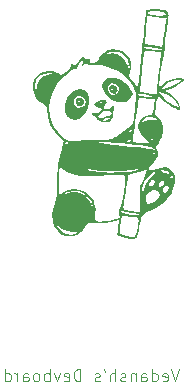
<source format=gbr>
%TF.GenerationSoftware,KiCad,Pcbnew,9.0.5*%
%TF.CreationDate,2025-11-27T10:56:10-06:00*%
%TF.ProjectId,devboard,64657662-6f61-4726-942e-6b696361645f,rev?*%
%TF.SameCoordinates,Original*%
%TF.FileFunction,Legend,Bot*%
%TF.FilePolarity,Positive*%
%FSLAX46Y46*%
G04 Gerber Fmt 4.6, Leading zero omitted, Abs format (unit mm)*
G04 Created by KiCad (PCBNEW 9.0.5) date 2025-11-27 10:56:10*
%MOMM*%
%LPD*%
G01*
G04 APERTURE LIST*
%ADD10C,0.100000*%
%ADD11C,0.000000*%
G04 APERTURE END LIST*
D10*
X129776192Y-118419482D02*
X129442859Y-119419482D01*
X129442859Y-119419482D02*
X129109526Y-118419482D01*
X128395240Y-119371863D02*
X128490478Y-119419482D01*
X128490478Y-119419482D02*
X128680954Y-119419482D01*
X128680954Y-119419482D02*
X128776192Y-119371863D01*
X128776192Y-119371863D02*
X128823811Y-119276624D01*
X128823811Y-119276624D02*
X128823811Y-118895672D01*
X128823811Y-118895672D02*
X128776192Y-118800434D01*
X128776192Y-118800434D02*
X128680954Y-118752815D01*
X128680954Y-118752815D02*
X128490478Y-118752815D01*
X128490478Y-118752815D02*
X128395240Y-118800434D01*
X128395240Y-118800434D02*
X128347621Y-118895672D01*
X128347621Y-118895672D02*
X128347621Y-118990910D01*
X128347621Y-118990910D02*
X128823811Y-119086148D01*
X127490478Y-119419482D02*
X127490478Y-118419482D01*
X127490478Y-119371863D02*
X127585716Y-119419482D01*
X127585716Y-119419482D02*
X127776192Y-119419482D01*
X127776192Y-119419482D02*
X127871430Y-119371863D01*
X127871430Y-119371863D02*
X127919049Y-119324243D01*
X127919049Y-119324243D02*
X127966668Y-119229005D01*
X127966668Y-119229005D02*
X127966668Y-118943291D01*
X127966668Y-118943291D02*
X127919049Y-118848053D01*
X127919049Y-118848053D02*
X127871430Y-118800434D01*
X127871430Y-118800434D02*
X127776192Y-118752815D01*
X127776192Y-118752815D02*
X127585716Y-118752815D01*
X127585716Y-118752815D02*
X127490478Y-118800434D01*
X126585716Y-119419482D02*
X126585716Y-118895672D01*
X126585716Y-118895672D02*
X126633335Y-118800434D01*
X126633335Y-118800434D02*
X126728573Y-118752815D01*
X126728573Y-118752815D02*
X126919049Y-118752815D01*
X126919049Y-118752815D02*
X127014287Y-118800434D01*
X126585716Y-119371863D02*
X126680954Y-119419482D01*
X126680954Y-119419482D02*
X126919049Y-119419482D01*
X126919049Y-119419482D02*
X127014287Y-119371863D01*
X127014287Y-119371863D02*
X127061906Y-119276624D01*
X127061906Y-119276624D02*
X127061906Y-119181386D01*
X127061906Y-119181386D02*
X127014287Y-119086148D01*
X127014287Y-119086148D02*
X126919049Y-119038529D01*
X126919049Y-119038529D02*
X126680954Y-119038529D01*
X126680954Y-119038529D02*
X126585716Y-118990910D01*
X126109525Y-118752815D02*
X126109525Y-119419482D01*
X126109525Y-118848053D02*
X126061906Y-118800434D01*
X126061906Y-118800434D02*
X125966668Y-118752815D01*
X125966668Y-118752815D02*
X125823811Y-118752815D01*
X125823811Y-118752815D02*
X125728573Y-118800434D01*
X125728573Y-118800434D02*
X125680954Y-118895672D01*
X125680954Y-118895672D02*
X125680954Y-119419482D01*
X125252382Y-119371863D02*
X125157144Y-119419482D01*
X125157144Y-119419482D02*
X124966668Y-119419482D01*
X124966668Y-119419482D02*
X124871430Y-119371863D01*
X124871430Y-119371863D02*
X124823811Y-119276624D01*
X124823811Y-119276624D02*
X124823811Y-119229005D01*
X124823811Y-119229005D02*
X124871430Y-119133767D01*
X124871430Y-119133767D02*
X124966668Y-119086148D01*
X124966668Y-119086148D02*
X125109525Y-119086148D01*
X125109525Y-119086148D02*
X125204763Y-119038529D01*
X125204763Y-119038529D02*
X125252382Y-118943291D01*
X125252382Y-118943291D02*
X125252382Y-118895672D01*
X125252382Y-118895672D02*
X125204763Y-118800434D01*
X125204763Y-118800434D02*
X125109525Y-118752815D01*
X125109525Y-118752815D02*
X124966668Y-118752815D01*
X124966668Y-118752815D02*
X124871430Y-118800434D01*
X124395239Y-119419482D02*
X124395239Y-118419482D01*
X123966668Y-119419482D02*
X123966668Y-118895672D01*
X123966668Y-118895672D02*
X124014287Y-118800434D01*
X124014287Y-118800434D02*
X124109525Y-118752815D01*
X124109525Y-118752815D02*
X124252382Y-118752815D01*
X124252382Y-118752815D02*
X124347620Y-118800434D01*
X124347620Y-118800434D02*
X124395239Y-118848053D01*
X123442858Y-118419482D02*
X123538096Y-118609958D01*
X123061906Y-119371863D02*
X122966668Y-119419482D01*
X122966668Y-119419482D02*
X122776192Y-119419482D01*
X122776192Y-119419482D02*
X122680954Y-119371863D01*
X122680954Y-119371863D02*
X122633335Y-119276624D01*
X122633335Y-119276624D02*
X122633335Y-119229005D01*
X122633335Y-119229005D02*
X122680954Y-119133767D01*
X122680954Y-119133767D02*
X122776192Y-119086148D01*
X122776192Y-119086148D02*
X122919049Y-119086148D01*
X122919049Y-119086148D02*
X123014287Y-119038529D01*
X123014287Y-119038529D02*
X123061906Y-118943291D01*
X123061906Y-118943291D02*
X123061906Y-118895672D01*
X123061906Y-118895672D02*
X123014287Y-118800434D01*
X123014287Y-118800434D02*
X122919049Y-118752815D01*
X122919049Y-118752815D02*
X122776192Y-118752815D01*
X122776192Y-118752815D02*
X122680954Y-118800434D01*
X121442858Y-119419482D02*
X121442858Y-118419482D01*
X121442858Y-118419482D02*
X121204763Y-118419482D01*
X121204763Y-118419482D02*
X121061906Y-118467101D01*
X121061906Y-118467101D02*
X120966668Y-118562339D01*
X120966668Y-118562339D02*
X120919049Y-118657577D01*
X120919049Y-118657577D02*
X120871430Y-118848053D01*
X120871430Y-118848053D02*
X120871430Y-118990910D01*
X120871430Y-118990910D02*
X120919049Y-119181386D01*
X120919049Y-119181386D02*
X120966668Y-119276624D01*
X120966668Y-119276624D02*
X121061906Y-119371863D01*
X121061906Y-119371863D02*
X121204763Y-119419482D01*
X121204763Y-119419482D02*
X121442858Y-119419482D01*
X120061906Y-119371863D02*
X120157144Y-119419482D01*
X120157144Y-119419482D02*
X120347620Y-119419482D01*
X120347620Y-119419482D02*
X120442858Y-119371863D01*
X120442858Y-119371863D02*
X120490477Y-119276624D01*
X120490477Y-119276624D02*
X120490477Y-118895672D01*
X120490477Y-118895672D02*
X120442858Y-118800434D01*
X120442858Y-118800434D02*
X120347620Y-118752815D01*
X120347620Y-118752815D02*
X120157144Y-118752815D01*
X120157144Y-118752815D02*
X120061906Y-118800434D01*
X120061906Y-118800434D02*
X120014287Y-118895672D01*
X120014287Y-118895672D02*
X120014287Y-118990910D01*
X120014287Y-118990910D02*
X120490477Y-119086148D01*
X119680953Y-118752815D02*
X119442858Y-119419482D01*
X119442858Y-119419482D02*
X119204763Y-118752815D01*
X118823810Y-119419482D02*
X118823810Y-118419482D01*
X118823810Y-118800434D02*
X118728572Y-118752815D01*
X118728572Y-118752815D02*
X118538096Y-118752815D01*
X118538096Y-118752815D02*
X118442858Y-118800434D01*
X118442858Y-118800434D02*
X118395239Y-118848053D01*
X118395239Y-118848053D02*
X118347620Y-118943291D01*
X118347620Y-118943291D02*
X118347620Y-119229005D01*
X118347620Y-119229005D02*
X118395239Y-119324243D01*
X118395239Y-119324243D02*
X118442858Y-119371863D01*
X118442858Y-119371863D02*
X118538096Y-119419482D01*
X118538096Y-119419482D02*
X118728572Y-119419482D01*
X118728572Y-119419482D02*
X118823810Y-119371863D01*
X117776191Y-119419482D02*
X117871429Y-119371863D01*
X117871429Y-119371863D02*
X117919048Y-119324243D01*
X117919048Y-119324243D02*
X117966667Y-119229005D01*
X117966667Y-119229005D02*
X117966667Y-118943291D01*
X117966667Y-118943291D02*
X117919048Y-118848053D01*
X117919048Y-118848053D02*
X117871429Y-118800434D01*
X117871429Y-118800434D02*
X117776191Y-118752815D01*
X117776191Y-118752815D02*
X117633334Y-118752815D01*
X117633334Y-118752815D02*
X117538096Y-118800434D01*
X117538096Y-118800434D02*
X117490477Y-118848053D01*
X117490477Y-118848053D02*
X117442858Y-118943291D01*
X117442858Y-118943291D02*
X117442858Y-119229005D01*
X117442858Y-119229005D02*
X117490477Y-119324243D01*
X117490477Y-119324243D02*
X117538096Y-119371863D01*
X117538096Y-119371863D02*
X117633334Y-119419482D01*
X117633334Y-119419482D02*
X117776191Y-119419482D01*
X116585715Y-119419482D02*
X116585715Y-118895672D01*
X116585715Y-118895672D02*
X116633334Y-118800434D01*
X116633334Y-118800434D02*
X116728572Y-118752815D01*
X116728572Y-118752815D02*
X116919048Y-118752815D01*
X116919048Y-118752815D02*
X117014286Y-118800434D01*
X116585715Y-119371863D02*
X116680953Y-119419482D01*
X116680953Y-119419482D02*
X116919048Y-119419482D01*
X116919048Y-119419482D02*
X117014286Y-119371863D01*
X117014286Y-119371863D02*
X117061905Y-119276624D01*
X117061905Y-119276624D02*
X117061905Y-119181386D01*
X117061905Y-119181386D02*
X117014286Y-119086148D01*
X117014286Y-119086148D02*
X116919048Y-119038529D01*
X116919048Y-119038529D02*
X116680953Y-119038529D01*
X116680953Y-119038529D02*
X116585715Y-118990910D01*
X116109524Y-119419482D02*
X116109524Y-118752815D01*
X116109524Y-118943291D02*
X116061905Y-118848053D01*
X116061905Y-118848053D02*
X116014286Y-118800434D01*
X116014286Y-118800434D02*
X115919048Y-118752815D01*
X115919048Y-118752815D02*
X115823810Y-118752815D01*
X115061905Y-119419482D02*
X115061905Y-118419482D01*
X115061905Y-119371863D02*
X115157143Y-119419482D01*
X115157143Y-119419482D02*
X115347619Y-119419482D01*
X115347619Y-119419482D02*
X115442857Y-119371863D01*
X115442857Y-119371863D02*
X115490476Y-119324243D01*
X115490476Y-119324243D02*
X115538095Y-119229005D01*
X115538095Y-119229005D02*
X115538095Y-118943291D01*
X115538095Y-118943291D02*
X115490476Y-118848053D01*
X115490476Y-118848053D02*
X115442857Y-118800434D01*
X115442857Y-118800434D02*
X115347619Y-118752815D01*
X115347619Y-118752815D02*
X115157143Y-118752815D01*
X115157143Y-118752815D02*
X115061905Y-118800434D01*
D11*
%TO.C,G\u002A\u002A\u002A*%
G36*
X124591309Y-94789024D02*
G01*
X124485400Y-94989650D01*
X124340019Y-95077022D01*
X124133767Y-95057179D01*
X123952032Y-94891513D01*
X123867878Y-94667916D01*
X123994334Y-94667916D01*
X123996794Y-94688154D01*
X124079000Y-94752583D01*
X124099238Y-94750123D01*
X124163667Y-94667916D01*
X124161207Y-94647679D01*
X124079000Y-94583250D01*
X124058763Y-94585710D01*
X123994334Y-94667916D01*
X123867878Y-94667916D01*
X123867461Y-94666809D01*
X123927539Y-94476602D01*
X124131772Y-94361398D01*
X124236597Y-94349401D01*
X124438707Y-94418798D01*
X124566345Y-94582040D01*
X124576702Y-94667916D01*
X124591309Y-94789024D01*
G37*
G36*
X121773780Y-95718751D02*
G01*
X121763420Y-95854667D01*
X121625659Y-96020591D01*
X121468997Y-96128078D01*
X121274696Y-96135537D01*
X121130052Y-96006428D01*
X121073334Y-95758884D01*
X121078069Y-95683916D01*
X121200334Y-95683916D01*
X121202794Y-95704154D01*
X121285000Y-95768583D01*
X121305238Y-95766123D01*
X121369667Y-95683916D01*
X121367207Y-95663679D01*
X121285000Y-95599250D01*
X121264763Y-95601710D01*
X121200334Y-95683916D01*
X121078069Y-95683916D01*
X121084023Y-95589663D01*
X121152036Y-95484266D01*
X121323159Y-95443819D01*
X121496552Y-95448905D01*
X121682992Y-95565835D01*
X121753098Y-95683916D01*
X121773780Y-95718751D01*
G37*
G36*
X122167433Y-95839494D02*
G01*
X122074917Y-96272855D01*
X121891785Y-96676258D01*
X121637609Y-97004254D01*
X121331963Y-97211395D01*
X121020595Y-97288841D01*
X120657023Y-97244195D01*
X120347154Y-97045096D01*
X120319040Y-97016535D01*
X120179493Y-96839235D01*
X120115205Y-96642518D01*
X120099667Y-96352160D01*
X120110320Y-96157664D01*
X120217801Y-95701476D01*
X120232412Y-95672403D01*
X120877706Y-95672403D01*
X120882404Y-95919006D01*
X121016501Y-96136461D01*
X121251627Y-96256857D01*
X121516618Y-96252877D01*
X121737545Y-96121749D01*
X121818583Y-96005287D01*
X121874057Y-95750451D01*
X121801264Y-95509845D01*
X121621223Y-95330784D01*
X121354956Y-95260583D01*
X121177577Y-95296012D01*
X120982674Y-95447717D01*
X120877706Y-95672403D01*
X120232412Y-95672403D01*
X120422404Y-95294362D01*
X120701132Y-94966367D01*
X121030983Y-94747536D01*
X121388958Y-94667916D01*
X121466536Y-94670722D01*
X121766292Y-94759086D01*
X121983633Y-94981351D01*
X122133205Y-95350960D01*
X122149760Y-95421623D01*
X122163667Y-95750451D01*
X122167433Y-95839494D01*
G37*
G36*
X125801183Y-94905674D02*
G01*
X125856567Y-95100998D01*
X125826124Y-95222833D01*
X125696168Y-95437165D01*
X125509495Y-95640299D01*
X125316140Y-95770270D01*
X125307128Y-95773843D01*
X124945357Y-95831151D01*
X124542912Y-95762325D01*
X124139252Y-95589209D01*
X123773837Y-95333653D01*
X123486123Y-95017502D01*
X123338141Y-94709572D01*
X123766582Y-94709572D01*
X123859952Y-94964866D01*
X123962331Y-95078823D01*
X124192948Y-95177748D01*
X124435786Y-95141024D01*
X124634403Y-94968395D01*
X124722134Y-94736447D01*
X124666328Y-94488176D01*
X124450111Y-94272651D01*
X124359574Y-94224536D01*
X124124906Y-94196698D01*
X123928334Y-94291150D01*
X123799134Y-94473554D01*
X123766582Y-94709572D01*
X123338141Y-94709572D01*
X123315570Y-94662604D01*
X123282999Y-94473104D01*
X123327351Y-94168133D01*
X123490494Y-93939786D01*
X123748430Y-93794254D01*
X124077159Y-93737728D01*
X124452682Y-93776398D01*
X124851001Y-93916455D01*
X125248116Y-94164090D01*
X125270126Y-94181879D01*
X125471195Y-94389498D01*
X125660470Y-94649635D01*
X125708180Y-94736447D01*
X125801183Y-94905674D01*
G37*
G36*
X123655667Y-95749744D02*
G01*
X123626096Y-95887583D01*
X123526693Y-96084375D01*
X123466298Y-96176864D01*
X123448759Y-96273757D01*
X123547859Y-96345773D01*
X123650036Y-96383917D01*
X123875332Y-96354812D01*
X124098285Y-96160553D01*
X124106827Y-96150043D01*
X124184987Y-96064855D01*
X124226273Y-96073143D01*
X124242742Y-96200192D01*
X124246451Y-96471287D01*
X124235149Y-96702573D01*
X124234614Y-96713525D01*
X124165063Y-97072611D01*
X124137616Y-97135156D01*
X124045554Y-97344941D01*
X123890282Y-97489916D01*
X123856418Y-97501726D01*
X123616165Y-97524205D01*
X123339990Y-97480115D01*
X123079200Y-97386881D01*
X122947674Y-97302209D01*
X123365283Y-97302209D01*
X123470203Y-97367994D01*
X123664177Y-97355936D01*
X123872318Y-97252942D01*
X123964193Y-97181102D01*
X123984891Y-97135156D01*
X123867334Y-97127098D01*
X123769256Y-97130260D01*
X123548825Y-97166673D01*
X123397495Y-97229805D01*
X123365283Y-97302209D01*
X122947674Y-97302209D01*
X122885102Y-97261927D01*
X122809000Y-97122679D01*
X122753064Y-97037933D01*
X122597334Y-96938511D01*
X122589364Y-96934479D01*
X122898707Y-96934479D01*
X122899544Y-96968025D01*
X122983374Y-97068006D01*
X123084414Y-97126148D01*
X123235566Y-97123482D01*
X123486334Y-97053365D01*
X123601854Y-97015886D01*
X123833135Y-96942898D01*
X123973167Y-96901615D01*
X124034025Y-96854568D01*
X124079000Y-96702573D01*
X124061074Y-96630587D01*
X123933374Y-96542504D01*
X123719531Y-96528786D01*
X123463126Y-96588521D01*
X123207739Y-96720797D01*
X123155779Y-96757121D01*
X122985856Y-96875163D01*
X122898707Y-96934479D01*
X122589364Y-96934479D01*
X122500155Y-96889349D01*
X122396853Y-96797354D01*
X122457108Y-96740056D01*
X122678082Y-96724965D01*
X122909427Y-96696286D01*
X123141752Y-96578270D01*
X123143060Y-96577083D01*
X123262376Y-96418301D01*
X123222759Y-96314053D01*
X123028793Y-96276583D01*
X122872702Y-96239234D01*
X122685932Y-96111594D01*
X122647973Y-96068767D01*
X122592030Y-95972256D01*
X122643096Y-95890290D01*
X122756425Y-95815719D01*
X123090189Y-95815719D01*
X123105334Y-95850657D01*
X123162652Y-95840227D01*
X123317000Y-95768583D01*
X123374479Y-95721447D01*
X123359334Y-95686509D01*
X123302016Y-95696939D01*
X123147667Y-95768583D01*
X123090189Y-95815719D01*
X122756425Y-95815719D01*
X122820977Y-95773244D01*
X122897918Y-95730137D01*
X123164242Y-95629434D01*
X123408282Y-95598318D01*
X123586577Y-95638014D01*
X123638169Y-95721447D01*
X123655667Y-95749744D01*
G37*
G36*
X128899826Y-88386283D02*
G01*
X128893901Y-88640832D01*
X128886743Y-88696679D01*
X128846693Y-89009170D01*
X128764959Y-89517923D01*
X128741382Y-89665300D01*
X128677522Y-90115538D01*
X128632235Y-90516136D01*
X128609477Y-90828117D01*
X128613207Y-91012501D01*
X128615413Y-91026213D01*
X128619902Y-91249407D01*
X128598146Y-91317696D01*
X128571143Y-91402455D01*
X128568116Y-91406955D01*
X128530650Y-91531692D01*
X128522033Y-91573438D01*
X128478423Y-91784719D01*
X128416298Y-92133243D01*
X128349139Y-92544474D01*
X128281810Y-92985620D01*
X128219173Y-93423892D01*
X128166094Y-93826498D01*
X128127435Y-94160647D01*
X128108060Y-94393548D01*
X128112833Y-94492410D01*
X128122450Y-94495363D01*
X128220142Y-94442390D01*
X128376717Y-94311225D01*
X128771351Y-94014242D01*
X129265316Y-93806063D01*
X129771142Y-93753497D01*
X129927931Y-93769155D01*
X130140273Y-93817409D01*
X130237386Y-93880205D01*
X130223157Y-93948250D01*
X130217856Y-93973599D01*
X130071164Y-94128433D01*
X129813608Y-94305797D01*
X129473589Y-94489020D01*
X129079507Y-94661429D01*
X128659763Y-94806350D01*
X128655175Y-94847321D01*
X128768916Y-94940672D01*
X128982948Y-95061425D01*
X129401045Y-95345748D01*
X129715318Y-95728201D01*
X129887411Y-96172135D01*
X129896847Y-96232303D01*
X129909759Y-96314632D01*
X129886203Y-96420995D01*
X129778436Y-96445916D01*
X129698557Y-96433376D01*
X129460953Y-96338753D01*
X129162376Y-96174885D01*
X128847795Y-95969985D01*
X128562175Y-95752269D01*
X128350482Y-95549950D01*
X128092297Y-95250587D01*
X128066353Y-95302636D01*
X127994849Y-95446085D01*
X127964736Y-95534152D01*
X127935678Y-95619133D01*
X127868860Y-95903382D01*
X127811312Y-96231273D01*
X127725222Y-96820964D01*
X128011861Y-97057236D01*
X128015910Y-97060591D01*
X128230109Y-97325849D01*
X128273779Y-97379928D01*
X128409768Y-97787222D01*
X128422971Y-98252314D01*
X128312480Y-98745043D01*
X128209034Y-98960746D01*
X128077388Y-99235249D01*
X127953088Y-99442694D01*
X127880104Y-99609735D01*
X127880524Y-99738030D01*
X127909258Y-99805034D01*
X127942789Y-99883225D01*
X128010399Y-100064356D01*
X128009019Y-100151007D01*
X128005982Y-100341731D01*
X127948922Y-100467583D01*
X127867295Y-100647622D01*
X127586427Y-101006973D01*
X127456004Y-101157183D01*
X127271520Y-101405535D01*
X127252172Y-101453725D01*
X127231122Y-101506153D01*
X127210101Y-101558511D01*
X127275167Y-101609491D01*
X127378210Y-101586511D01*
X127596336Y-101525009D01*
X127880231Y-101438646D01*
X128251996Y-101343427D01*
X128634402Y-101320580D01*
X128944146Y-101412644D01*
X129214195Y-101624206D01*
X129277457Y-101693085D01*
X129366571Y-101824832D01*
X129390828Y-101860694D01*
X129441077Y-102059152D01*
X129445707Y-102208072D01*
X129450342Y-102357175D01*
X129415892Y-102602048D01*
X129374286Y-102897787D01*
X129299532Y-103088990D01*
X129152710Y-103464528D01*
X129030895Y-103651614D01*
X128810076Y-103990751D01*
X128370812Y-104446168D01*
X127859344Y-104800490D01*
X127684350Y-104870250D01*
X127300099Y-105023429D01*
X127250794Y-105036746D01*
X126929637Y-105166626D01*
X126781193Y-105289616D01*
X126731730Y-105330597D01*
X126689451Y-105413833D01*
X126606789Y-105658281D01*
X126557041Y-105850558D01*
X126519701Y-105994879D01*
X126441224Y-106376682D01*
X126392609Y-106624251D01*
X126314227Y-106950159D01*
X126239196Y-107186964D01*
X126178695Y-107295531D01*
X125988907Y-107352489D01*
X125683014Y-107361533D01*
X125326120Y-107319683D01*
X124974389Y-107229995D01*
X124569613Y-107092074D01*
X124610425Y-106710980D01*
X124770876Y-106710980D01*
X124773027Y-106883078D01*
X124851790Y-106982138D01*
X125040292Y-107071868D01*
X125096112Y-107092984D01*
X125403864Y-107168184D01*
X125721576Y-107198583D01*
X125824463Y-107198418D01*
X125980611Y-107185598D01*
X126082313Y-107130310D01*
X126151055Y-107001577D01*
X126208326Y-106768422D01*
X126275613Y-106399866D01*
X126320017Y-106147590D01*
X126361568Y-105850558D01*
X126352191Y-105671152D01*
X126277853Y-105578748D01*
X126124522Y-105542722D01*
X125878167Y-105532450D01*
X125677678Y-105521336D01*
X125378943Y-105484535D01*
X125168620Y-105433906D01*
X125047330Y-105393531D01*
X124970408Y-105412980D01*
X124927409Y-105532581D01*
X124891589Y-105786359D01*
X124875408Y-105915402D01*
X124829091Y-106273583D01*
X124787146Y-106585035D01*
X124770876Y-106710980D01*
X124610425Y-106710980D01*
X124628959Y-106537907D01*
X124662894Y-106260353D01*
X124703092Y-106003527D01*
X124737018Y-105856796D01*
X124739906Y-105849092D01*
X124739626Y-105770301D01*
X124622866Y-105797858D01*
X124362793Y-105893156D01*
X123623585Y-106043643D01*
X122797276Y-106053379D01*
X122065885Y-106002014D01*
X121865943Y-106364189D01*
X121853310Y-106386701D01*
X121544322Y-106781909D01*
X121465487Y-106835888D01*
X121165096Y-107041568D01*
X120744826Y-107166139D01*
X120312710Y-107156082D01*
X119897941Y-107011857D01*
X119529717Y-106733925D01*
X119237232Y-106322746D01*
X119218539Y-106284614D01*
X119106431Y-105912986D01*
X119261786Y-105912986D01*
X119318712Y-106052122D01*
X119463470Y-106315179D01*
X119659862Y-106576613D01*
X120040535Y-106851784D01*
X120316969Y-106964164D01*
X120672193Y-107017628D01*
X121009834Y-106941944D01*
X121144429Y-106881358D01*
X121179927Y-106835888D01*
X121068141Y-106813355D01*
X120798167Y-106806795D01*
X120305500Y-106733790D01*
X119855797Y-106512534D01*
X119497161Y-106155563D01*
X119405720Y-106033546D01*
X119291265Y-105904538D01*
X119261786Y-105912986D01*
X119106431Y-105912986D01*
X119086802Y-105847918D01*
X119048378Y-105344734D01*
X119102824Y-104842664D01*
X119249702Y-104409309D01*
X119250604Y-104407548D01*
X119325051Y-104247197D01*
X119378132Y-104082106D01*
X119413889Y-103879356D01*
X119422915Y-103769583D01*
X119845667Y-103769583D01*
X119888000Y-103811916D01*
X119930334Y-103769583D01*
X119888000Y-103727250D01*
X119845667Y-103769583D01*
X119422915Y-103769583D01*
X119436364Y-103606029D01*
X119436870Y-103591609D01*
X120099667Y-103591609D01*
X120108562Y-103597869D01*
X120218834Y-103574914D01*
X120414692Y-103502316D01*
X120708768Y-103421170D01*
X121154044Y-103426240D01*
X121583837Y-103561409D01*
X121892973Y-103769583D01*
X121953908Y-103810617D01*
X122220016Y-104157800D01*
X122243559Y-104205546D01*
X122371498Y-104513209D01*
X122462879Y-104805434D01*
X122479782Y-104876671D01*
X122519655Y-105025083D01*
X122537443Y-105019906D01*
X122544636Y-104870250D01*
X122531474Y-104690999D01*
X122403465Y-104297953D01*
X122167999Y-103917965D01*
X121859483Y-103600235D01*
X121512322Y-103393969D01*
X121302952Y-103335542D01*
X120842164Y-103316357D01*
X120393281Y-103426596D01*
X120342498Y-103448453D01*
X120169517Y-103535091D01*
X120099667Y-103591609D01*
X119436870Y-103591609D01*
X119449599Y-103229208D01*
X119454483Y-102917346D01*
X119593807Y-102917346D01*
X119601729Y-103238839D01*
X119618844Y-103474688D01*
X119645148Y-103583175D01*
X119681983Y-103589368D01*
X119833377Y-103541592D01*
X120047315Y-103432326D01*
X120385146Y-103272841D01*
X120901265Y-103165392D01*
X121400668Y-103213010D01*
X121858934Y-103408115D01*
X122251638Y-103743125D01*
X122554358Y-104210462D01*
X122614351Y-104346205D01*
X122690333Y-104590785D01*
X122716971Y-104859941D01*
X122716628Y-104870250D01*
X122704827Y-105224868D01*
X122695201Y-105398936D01*
X122694038Y-105668404D01*
X122723127Y-105818494D01*
X122786569Y-105882171D01*
X122791740Y-105884112D01*
X123061642Y-105925310D01*
X123442643Y-105905444D01*
X123891109Y-105829487D01*
X124363409Y-105702413D01*
X124774818Y-105570168D01*
X124720422Y-105229992D01*
X124714417Y-105189973D01*
X124711640Y-105022341D01*
X124884091Y-105022341D01*
X124902363Y-105086321D01*
X125073892Y-105198001D01*
X125354569Y-105297693D01*
X125718672Y-105363653D01*
X126081344Y-105383106D01*
X126365000Y-105347092D01*
X126427955Y-105323205D01*
X126432195Y-105289616D01*
X126299374Y-105258091D01*
X126013481Y-105222977D01*
X125729719Y-105185990D01*
X125410357Y-105128806D01*
X125183659Y-105070621D01*
X125006199Y-105021003D01*
X124884091Y-105022341D01*
X124711640Y-105022341D01*
X124709989Y-104922663D01*
X124794117Y-104748277D01*
X124817139Y-104700198D01*
X125075394Y-104700198D01*
X125094455Y-104819338D01*
X125200582Y-104897357D01*
X125433667Y-104969269D01*
X125509660Y-104987607D01*
X125848771Y-105047521D01*
X126158933Y-105075102D01*
X126503198Y-105081916D01*
X126502142Y-104870250D01*
X126703667Y-104870250D01*
X126746000Y-104912583D01*
X126788334Y-104870250D01*
X126746000Y-104827916D01*
X126703667Y-104870250D01*
X126502142Y-104870250D01*
X126498349Y-104110328D01*
X126971114Y-104110328D01*
X127059267Y-104302983D01*
X127189216Y-104385171D01*
X127403254Y-104378127D01*
X127693097Y-104239464D01*
X127853757Y-104123529D01*
X128055862Y-103890326D01*
X128142431Y-103651614D01*
X128105010Y-103440539D01*
X128005919Y-103352865D01*
X128430157Y-103352865D01*
X128469707Y-103423869D01*
X128595134Y-103461891D01*
X128771953Y-103340202D01*
X128830672Y-103270068D01*
X128902371Y-103088990D01*
X128870417Y-102941510D01*
X128738646Y-102880583D01*
X128701912Y-102884166D01*
X128539074Y-102982950D01*
X128432693Y-103163365D01*
X128430157Y-103352865D01*
X128005919Y-103352865D01*
X127935149Y-103290249D01*
X127866795Y-103266218D01*
X127588752Y-103265743D01*
X127305318Y-103380689D01*
X127081295Y-103588424D01*
X127069135Y-103606578D01*
X126975181Y-103852944D01*
X126971114Y-104110328D01*
X126498349Y-104110328D01*
X126497599Y-103960083D01*
X126497118Y-103604065D01*
X126640956Y-103604065D01*
X126654848Y-103721107D01*
X126675236Y-103798648D01*
X126689434Y-103709259D01*
X126731535Y-103438975D01*
X126898950Y-102962194D01*
X127004527Y-102772939D01*
X127227628Y-102772939D01*
X127261587Y-102866328D01*
X127386051Y-102938589D01*
X127563093Y-102860557D01*
X127588473Y-102832683D01*
X128058334Y-102832683D01*
X128089813Y-102920370D01*
X128209329Y-102962625D01*
X128361518Y-102916862D01*
X128485208Y-102789300D01*
X128541384Y-102602048D01*
X128499290Y-102438329D01*
X128360303Y-102372583D01*
X128222292Y-102443369D01*
X128166380Y-102527910D01*
X128106468Y-102618499D01*
X128058334Y-102832683D01*
X127588473Y-102832683D01*
X127690968Y-102720114D01*
X127751364Y-102527910D01*
X127677966Y-102373108D01*
X127650563Y-102352898D01*
X127533883Y-102339517D01*
X127381460Y-102456790D01*
X127264015Y-102619770D01*
X127227628Y-102772939D01*
X127004527Y-102772939D01*
X127165137Y-102485032D01*
X127348478Y-102255815D01*
X128935311Y-102255815D01*
X129061758Y-102231070D01*
X129089641Y-102224157D01*
X129201270Y-102223901D01*
X129193534Y-102320046D01*
X129172060Y-102393014D01*
X129183217Y-102457250D01*
X129202032Y-102453396D01*
X129267056Y-102359965D01*
X129286684Y-102208072D01*
X129245838Y-102086887D01*
X129161754Y-102051210D01*
X129017562Y-102139069D01*
X128952622Y-102206341D01*
X128935311Y-102255815D01*
X127348478Y-102255815D01*
X127502634Y-102063086D01*
X127542177Y-102022129D01*
X127976981Y-102022129D01*
X127980124Y-102044498D01*
X128023233Y-102028646D01*
X128099894Y-101885750D01*
X128131499Y-101817723D01*
X128256529Y-101644528D01*
X128373355Y-101638762D01*
X128479029Y-101801083D01*
X128532352Y-101902004D01*
X128560967Y-101885750D01*
X128581497Y-101833603D01*
X128703204Y-101779916D01*
X128703573Y-101779916D01*
X128800215Y-101827683D01*
X128799612Y-101991583D01*
X128794841Y-102017523D01*
X128782342Y-102176483D01*
X128820406Y-102175796D01*
X128896604Y-102012750D01*
X128937233Y-101824832D01*
X128890444Y-101665244D01*
X128746411Y-101620039D01*
X128648796Y-101618199D01*
X128447313Y-101567143D01*
X128443155Y-101565380D01*
X128285371Y-101556699D01*
X128222730Y-101610583D01*
X128129813Y-101690510D01*
X128025154Y-101857567D01*
X127976981Y-102022129D01*
X127542177Y-102022129D01*
X127543217Y-102021052D01*
X127740085Y-101812694D01*
X127871472Y-101666031D01*
X127910755Y-101610583D01*
X127909091Y-101610717D01*
X127814352Y-101649181D01*
X127639294Y-101735363D01*
X127404422Y-101899023D01*
X127110311Y-102203270D01*
X126861702Y-102560515D01*
X126707533Y-102909109D01*
X126692600Y-102967759D01*
X126643234Y-103297222D01*
X126640956Y-103604065D01*
X126497118Y-103604065D01*
X126497009Y-103523790D01*
X126504014Y-103188076D01*
X126524177Y-102950201D01*
X126562888Y-102773270D01*
X126625536Y-102620391D01*
X126717510Y-102454669D01*
X126785895Y-102328738D01*
X126922057Y-102018413D01*
X127003773Y-101747252D01*
X127018913Y-101664985D01*
X127036987Y-101506153D01*
X126997050Y-101469398D01*
X126881090Y-101521587D01*
X126875376Y-101524570D01*
X126696212Y-101595314D01*
X126413867Y-101684892D01*
X126086828Y-101774668D01*
X125476000Y-101929578D01*
X125437696Y-102190735D01*
X125291391Y-103188247D01*
X125262738Y-103383925D01*
X125197973Y-103828643D01*
X125142449Y-104213178D01*
X125101315Y-104501752D01*
X125079725Y-104658583D01*
X125075394Y-104700198D01*
X124817139Y-104700198D01*
X124853223Y-104624842D01*
X124929558Y-104347430D01*
X125011358Y-103945590D01*
X125093271Y-103442683D01*
X125110345Y-103327995D01*
X125190271Y-102813153D01*
X125241162Y-102441340D01*
X125248077Y-102190735D01*
X125196079Y-102039517D01*
X125070228Y-101965866D01*
X124855585Y-101947960D01*
X124537211Y-101963979D01*
X124100167Y-101992102D01*
X123743743Y-102010846D01*
X122979523Y-102046500D01*
X122353950Y-102065529D01*
X121845590Y-102065458D01*
X121433010Y-102043815D01*
X121094775Y-101998124D01*
X120809452Y-101925913D01*
X120555606Y-101824708D01*
X120311805Y-101692035D01*
X120056613Y-101525420D01*
X119968496Y-101464794D01*
X121943933Y-101464794D01*
X121984008Y-101496743D01*
X122174000Y-101579076D01*
X122246180Y-101604861D01*
X122555933Y-101671980D01*
X122970972Y-101719753D01*
X123460842Y-101748849D01*
X123995088Y-101759936D01*
X124543256Y-101753682D01*
X125074891Y-101730757D01*
X125559537Y-101691828D01*
X125966740Y-101637565D01*
X126266044Y-101568635D01*
X126426996Y-101485709D01*
X126437858Y-101453725D01*
X126348853Y-101465510D01*
X126345073Y-101466781D01*
X126199947Y-101494776D01*
X125926184Y-101532233D01*
X125561596Y-101574413D01*
X125143994Y-101616573D01*
X124841486Y-101641113D01*
X123969333Y-101663990D01*
X123072638Y-101611348D01*
X122089334Y-101480423D01*
X122045401Y-101473470D01*
X121943933Y-101464794D01*
X119968496Y-101464794D01*
X119698386Y-101278953D01*
X119645026Y-101668252D01*
X119625217Y-101856220D01*
X119605548Y-102184316D01*
X119595079Y-102551932D01*
X119593807Y-102917346D01*
X119454483Y-102917346D01*
X119457637Y-102715975D01*
X119461407Y-102450985D01*
X119476283Y-101948880D01*
X119505350Y-101533538D01*
X119555204Y-101147781D01*
X119632441Y-100734429D01*
X119692018Y-100467583D01*
X127550334Y-100467583D01*
X127592667Y-100509916D01*
X127635000Y-100467583D01*
X127592667Y-100425250D01*
X127550334Y-100467583D01*
X119692018Y-100467583D01*
X119743655Y-100236302D01*
X119770735Y-100120097D01*
X127573264Y-100120097D01*
X127574575Y-100148999D01*
X127684389Y-100164565D01*
X127767612Y-100151007D01*
X127735542Y-100113413D01*
X127686581Y-100099885D01*
X127573264Y-100120097D01*
X119770735Y-100120097D01*
X119959289Y-99310980D01*
X120101826Y-99310980D01*
X120141057Y-99362188D01*
X120305714Y-99328560D01*
X120408129Y-99269215D01*
X120361837Y-99202632D01*
X120302237Y-99182556D01*
X120161434Y-99228949D01*
X120101826Y-99310980D01*
X119959289Y-99310980D01*
X119989508Y-99181308D01*
X122713198Y-99181308D01*
X122865994Y-99214881D01*
X123178781Y-99262588D01*
X123229406Y-99269215D01*
X123653717Y-99324759D01*
X124292963Y-99401721D01*
X125098676Y-99493803D01*
X125138447Y-99498266D01*
X125751194Y-99568080D01*
X126312112Y-99633869D01*
X126797902Y-99692755D01*
X127185264Y-99741862D01*
X127450897Y-99778309D01*
X127571500Y-99799221D01*
X127650351Y-99818556D01*
X127715973Y-99805034D01*
X127652764Y-99733659D01*
X127471945Y-99624163D01*
X127323534Y-99577800D01*
X127023766Y-99520009D01*
X126609030Y-99458171D01*
X126107730Y-99395181D01*
X125548272Y-99333936D01*
X124959062Y-99277332D01*
X124368506Y-99228265D01*
X123805010Y-99189632D01*
X123296980Y-99164328D01*
X122872821Y-99155250D01*
X122718234Y-99161542D01*
X122713198Y-99181308D01*
X119989508Y-99181308D01*
X120014587Y-99073689D01*
X119627812Y-98717172D01*
X119271127Y-98327130D01*
X118898652Y-97721112D01*
X118661723Y-97053328D01*
X118576990Y-96361104D01*
X118575913Y-96304944D01*
X118570678Y-96276406D01*
X118774020Y-96276406D01*
X118829404Y-96954586D01*
X119036887Y-97602992D01*
X119208595Y-97917570D01*
X119535932Y-98354641D01*
X119915768Y-98725862D01*
X120302632Y-98981704D01*
X120535148Y-99083307D01*
X120751315Y-99133688D01*
X120992492Y-99124985D01*
X121041297Y-99115895D01*
X125349000Y-99115895D01*
X125380531Y-99138697D01*
X125518334Y-99155250D01*
X125616917Y-99131990D01*
X125687229Y-99025931D01*
X125870486Y-99025931D01*
X125905604Y-99138145D01*
X126038791Y-99189331D01*
X126287315Y-99233523D01*
X126616130Y-99273416D01*
X126915614Y-99292428D01*
X127139912Y-99287965D01*
X127243173Y-99257435D01*
X127243547Y-99226552D01*
X127155644Y-99114745D01*
X126976141Y-98977192D01*
X126964452Y-98969521D01*
X126953388Y-98959242D01*
X127345472Y-98959242D01*
X127465667Y-98972548D01*
X127582137Y-98960746D01*
X127571500Y-98929843D01*
X127533176Y-98918660D01*
X127359834Y-98929843D01*
X127345472Y-98959242D01*
X126953388Y-98959242D01*
X126685632Y-98710491D01*
X126456269Y-98360499D01*
X126365405Y-98169716D01*
X126302638Y-97980156D01*
X126307396Y-97814816D01*
X126371602Y-97601260D01*
X126430122Y-97473534D01*
X126623904Y-97473534D01*
X126699698Y-97489616D01*
X126906987Y-97402706D01*
X127200087Y-97315444D01*
X127619823Y-97312483D01*
X127641128Y-97314249D01*
X127894572Y-97332670D01*
X128005036Y-97325849D01*
X127996754Y-97283391D01*
X127893956Y-97194904D01*
X127773025Y-97118438D01*
X127452912Y-97039473D01*
X127112018Y-97081959D01*
X126814222Y-97243047D01*
X126686198Y-97365809D01*
X126623904Y-97473534D01*
X126430122Y-97473534D01*
X126446174Y-97438498D01*
X126679391Y-97148699D01*
X126980659Y-96945724D01*
X127299676Y-96869250D01*
X127303874Y-96869243D01*
X127432768Y-96854387D01*
X127521909Y-96790811D01*
X127584718Y-96648504D01*
X127634617Y-96397459D01*
X127685029Y-96007663D01*
X127740681Y-95534152D01*
X127074008Y-95496681D01*
X126990890Y-95492177D01*
X126689055Y-95478916D01*
X126471160Y-95474241D01*
X126379732Y-95479221D01*
X126360951Y-95562618D01*
X126324304Y-95787885D01*
X126273888Y-96128301D01*
X126213646Y-96557234D01*
X126147518Y-97048053D01*
X126086296Y-97506542D01*
X126020934Y-97985242D01*
X126010747Y-98057879D01*
X125963571Y-98394261D01*
X125918807Y-98700851D01*
X125891244Y-98872263D01*
X125870575Y-99025271D01*
X125870486Y-99025931D01*
X125687229Y-99025931D01*
X125687667Y-99025271D01*
X125687222Y-99006385D01*
X125648547Y-98938696D01*
X125518334Y-98985916D01*
X125413813Y-99050301D01*
X125349000Y-99115895D01*
X121041297Y-99115895D01*
X121327334Y-99062620D01*
X121333682Y-99061291D01*
X121555343Y-99034973D01*
X121898512Y-99016314D01*
X122317513Y-99007022D01*
X122766667Y-99008806D01*
X123193912Y-99014745D01*
X123529580Y-99011550D01*
X123773281Y-98992950D01*
X123965172Y-98953387D01*
X124145408Y-98887305D01*
X124354147Y-98789148D01*
X124487516Y-98717148D01*
X124803535Y-98512000D01*
X125127757Y-98267907D01*
X125560955Y-98267907D01*
X125603173Y-98305740D01*
X125761487Y-98232412D01*
X125813035Y-98184686D01*
X125843988Y-98057879D01*
X125782603Y-98026597D01*
X125651213Y-98132753D01*
X125650733Y-98133283D01*
X125560955Y-98267907D01*
X125127757Y-98267907D01*
X125139147Y-98259332D01*
X125453264Y-97992990D01*
X125704801Y-97746821D01*
X125852671Y-97554672D01*
X125871328Y-97512924D01*
X125935677Y-97277114D01*
X125998378Y-96928731D01*
X126054743Y-96511535D01*
X126100086Y-96069288D01*
X126129719Y-95645753D01*
X126138955Y-95284690D01*
X126128269Y-95112877D01*
X126281407Y-95112877D01*
X126313642Y-95173733D01*
X126497512Y-95262678D01*
X126596619Y-95284690D01*
X126663714Y-95299592D01*
X126952540Y-95326932D01*
X127280679Y-95332564D01*
X127324076Y-95331463D01*
X127548012Y-95319718D01*
X127644527Y-95302636D01*
X127592667Y-95283512D01*
X127431488Y-95257086D01*
X127135019Y-95202230D01*
X126809500Y-95137203D01*
X126606543Y-95101697D01*
X126384482Y-95086677D01*
X126281407Y-95112877D01*
X126128269Y-95112877D01*
X126123106Y-95029862D01*
X126107615Y-94946003D01*
X126088119Y-94892663D01*
X126476858Y-94892663D01*
X126524381Y-94910622D01*
X126699875Y-94953833D01*
X126954514Y-95005985D01*
X127115232Y-95033650D01*
X127431459Y-95074984D01*
X127677149Y-95091250D01*
X127823292Y-95084042D01*
X127916478Y-95032365D01*
X127916251Y-94982554D01*
X128100667Y-94982554D01*
X128309192Y-95227402D01*
X128313862Y-95232871D01*
X128522660Y-95460906D01*
X128732526Y-95667527D01*
X128854201Y-95763509D01*
X129065588Y-95903683D01*
X129302916Y-96043862D01*
X129524297Y-96160833D01*
X129687843Y-96231385D01*
X129751667Y-96232303D01*
X129745051Y-96206372D01*
X129684307Y-96062842D01*
X129580661Y-95849971D01*
X129536345Y-95771156D01*
X129244912Y-95432735D01*
X128856867Y-95173174D01*
X128430035Y-95033505D01*
X128100667Y-94982554D01*
X127916251Y-94982554D01*
X127915877Y-94900750D01*
X127915557Y-94769871D01*
X127924173Y-94655381D01*
X128347138Y-94655381D01*
X128445742Y-94663874D01*
X128674213Y-94625700D01*
X129012237Y-94514974D01*
X129373929Y-94356044D01*
X129697009Y-94173326D01*
X130038610Y-93948250D01*
X129721314Y-93921704D01*
X129550545Y-93925218D01*
X129171541Y-94019890D01*
X128792643Y-94206805D01*
X128480964Y-94456998D01*
X128479600Y-94458450D01*
X128356408Y-94598748D01*
X128347138Y-94655381D01*
X127924173Y-94655381D01*
X127936091Y-94497026D01*
X127975011Y-94115767D01*
X128029200Y-93656482D01*
X128095540Y-93149560D01*
X128096056Y-93145797D01*
X128162332Y-92654117D01*
X128218089Y-92224678D01*
X128260078Y-91883843D01*
X128285049Y-91657975D01*
X128289755Y-91573438D01*
X128277516Y-91570366D01*
X128143105Y-91555513D01*
X127894023Y-91534990D01*
X127571111Y-91512273D01*
X127306126Y-91496154D01*
X127063201Y-91490370D01*
X126927184Y-91509506D01*
X126862280Y-91560194D01*
X126832694Y-91649062D01*
X126830009Y-91662159D01*
X126801734Y-91841718D01*
X126762657Y-92137371D01*
X126716242Y-92517539D01*
X126665953Y-92950646D01*
X126615255Y-93405114D01*
X126567610Y-93849365D01*
X126526484Y-94251824D01*
X126495340Y-94580911D01*
X126477644Y-94805050D01*
X126476858Y-94892663D01*
X126088119Y-94892663D01*
X125916762Y-94423827D01*
X125583843Y-93940510D01*
X125131276Y-93511169D01*
X124581480Y-93150922D01*
X123956875Y-92874886D01*
X123279878Y-92698178D01*
X122572908Y-92635916D01*
X122494400Y-92635792D01*
X122204645Y-92629698D01*
X122046521Y-92608637D01*
X121988815Y-92564641D01*
X122000310Y-92489741D01*
X122013499Y-92442472D01*
X121971763Y-92435605D01*
X121829227Y-92553241D01*
X121602053Y-92762916D01*
X121640530Y-92487750D01*
X121650733Y-92289402D01*
X121601255Y-92228158D01*
X121488353Y-92322398D01*
X121310890Y-92572416D01*
X121228038Y-92701613D01*
X121112685Y-92880916D01*
X121057735Y-92965481D01*
X121012738Y-92960722D01*
X120890194Y-92880815D01*
X120838408Y-92839848D01*
X120775042Y-92812337D01*
X120801014Y-92911578D01*
X120809923Y-92992272D01*
X120728289Y-93119380D01*
X120511610Y-93278106D01*
X120487088Y-93293722D01*
X119906902Y-93754420D01*
X119437174Y-94307460D01*
X119086233Y-94928420D01*
X118862405Y-95592877D01*
X118774020Y-96276406D01*
X118570678Y-96276406D01*
X118544224Y-96132197D01*
X118437904Y-96006798D01*
X118215834Y-95873196D01*
X118016362Y-95752405D01*
X117685041Y-95435824D01*
X117493999Y-95035109D01*
X117450052Y-94674725D01*
X117574641Y-94674725D01*
X117633186Y-94752583D01*
X117682357Y-94732236D01*
X117729000Y-94609981D01*
X117730729Y-94577096D01*
X117799259Y-94333550D01*
X117940250Y-94046477D01*
X118115943Y-93783268D01*
X118288575Y-93611313D01*
X118327780Y-93587777D01*
X118574172Y-93481062D01*
X118855918Y-93401910D01*
X119210667Y-93331803D01*
X118829667Y-93322843D01*
X118775806Y-93322557D01*
X118333541Y-93404002D01*
X117973987Y-93624173D01*
X117717199Y-93965570D01*
X117583229Y-94410690D01*
X117578909Y-94444871D01*
X117574641Y-94674725D01*
X117450052Y-94674725D01*
X117432667Y-94532162D01*
X117438976Y-94334701D01*
X117513331Y-93954000D01*
X117693224Y-93650225D01*
X118005887Y-93368071D01*
X118304728Y-93222565D01*
X118706725Y-93155246D01*
X119124533Y-93185393D01*
X119492602Y-93315330D01*
X119521912Y-93331803D01*
X119832582Y-93506410D01*
X120219973Y-93261663D01*
X120450302Y-93098269D01*
X120573840Y-92949490D01*
X120607516Y-92784083D01*
X120608887Y-92750348D01*
X120670065Y-92590879D01*
X120785810Y-92545649D01*
X120905937Y-92639049D01*
X120944227Y-92647061D01*
X121059190Y-92561706D01*
X121210668Y-92381086D01*
X121287883Y-92278712D01*
X121509720Y-92045803D01*
X121681148Y-91973140D01*
X121801346Y-92061170D01*
X121883048Y-92135961D01*
X122100310Y-92146540D01*
X122206391Y-92130461D01*
X122292475Y-92158180D01*
X122279705Y-92284873D01*
X122279490Y-92285695D01*
X122268076Y-92404260D01*
X122344825Y-92455520D01*
X122550068Y-92466583D01*
X122614629Y-92465879D01*
X122794902Y-92438408D01*
X122910936Y-92338670D01*
X123022919Y-92122922D01*
X123125061Y-91935399D01*
X123305600Y-91738035D01*
X123600653Y-91738035D01*
X123653924Y-91746674D01*
X123850337Y-91707326D01*
X124124291Y-91678448D01*
X124552483Y-91755931D01*
X124935618Y-91967231D01*
X125239353Y-92290661D01*
X125429345Y-92704530D01*
X125486323Y-92896247D01*
X125549903Y-93036800D01*
X125589000Y-93014108D01*
X125601141Y-92826416D01*
X125575343Y-92620193D01*
X125445481Y-92261100D01*
X125239289Y-91933636D01*
X124994090Y-91706648D01*
X124921899Y-91668019D01*
X124611471Y-91571368D01*
X124259537Y-91535652D01*
X123931564Y-91563369D01*
X123693016Y-91657017D01*
X123669429Y-91674663D01*
X123600653Y-91738035D01*
X123305600Y-91738035D01*
X123420804Y-91612094D01*
X123789444Y-91408257D01*
X124199143Y-91323388D01*
X124618064Y-91356988D01*
X125014368Y-91508556D01*
X125356219Y-91777591D01*
X125611778Y-92163595D01*
X125717999Y-92460369D01*
X125751127Y-92826416D01*
X125759016Y-92913587D01*
X125638692Y-93326094D01*
X125557901Y-93506432D01*
X125564577Y-93628960D01*
X125668970Y-93766389D01*
X125713912Y-93818738D01*
X125880624Y-94034440D01*
X126053490Y-94280809D01*
X126122510Y-94379702D01*
X126249282Y-94514212D01*
X126313494Y-94492476D01*
X126338295Y-94380629D01*
X126378535Y-94119022D01*
X126425127Y-93755822D01*
X126474681Y-93324736D01*
X126523809Y-92859470D01*
X126569123Y-92393729D01*
X126607233Y-91961220D01*
X126634753Y-91595649D01*
X126648292Y-91330722D01*
X126644464Y-91200145D01*
X126638785Y-91119395D01*
X126788334Y-91119395D01*
X126789238Y-91124707D01*
X126874110Y-91193742D01*
X127054968Y-91272967D01*
X127151010Y-91297731D01*
X127377782Y-91331069D01*
X127653564Y-91354365D01*
X127934866Y-91366147D01*
X128178200Y-91364944D01*
X128340075Y-91349284D01*
X128377003Y-91317696D01*
X128354870Y-91305298D01*
X128204164Y-91265611D01*
X127955511Y-91221115D01*
X127653063Y-91177321D01*
X127340970Y-91139742D01*
X127063384Y-91113887D01*
X126864455Y-91105267D01*
X126788334Y-91119395D01*
X126638785Y-91119395D01*
X126634168Y-91053755D01*
X126667830Y-90917186D01*
X126939943Y-90917186D01*
X127397774Y-90970995D01*
X127562419Y-90991578D01*
X127881049Y-91037066D01*
X128126303Y-91078943D01*
X128305285Y-91103464D01*
X128383025Y-91053302D01*
X128398127Y-90889666D01*
X128407461Y-90761144D01*
X128442633Y-90482019D01*
X128497783Y-90117970D01*
X128566334Y-89714916D01*
X128623943Y-89388837D01*
X128680921Y-89054247D01*
X128719859Y-88810988D01*
X128734541Y-88696679D01*
X128727678Y-88678399D01*
X128611206Y-88640322D01*
X128382650Y-88643440D01*
X128245585Y-88648801D01*
X127908673Y-88628384D01*
X127571748Y-88574636D01*
X127381534Y-88535133D01*
X127177403Y-88502019D01*
X127087525Y-88500874D01*
X127083524Y-88515064D01*
X127067781Y-88657696D01*
X127047232Y-88927369D01*
X127024089Y-89292969D01*
X127000565Y-89723384D01*
X126939943Y-90917186D01*
X126667830Y-90917186D01*
X126689027Y-90831186D01*
X126703893Y-90789051D01*
X126744303Y-90582112D01*
X126787137Y-90255904D01*
X126828134Y-89845792D01*
X126863031Y-89387142D01*
X126877458Y-89180859D01*
X126914725Y-88754394D01*
X126955719Y-88400613D01*
X126983091Y-88233073D01*
X127127000Y-88233073D01*
X127144863Y-88257244D01*
X127279607Y-88323482D01*
X127503159Y-88392532D01*
X127692570Y-88433600D01*
X128016041Y-88474914D01*
X128302533Y-88480159D01*
X128529991Y-88454954D01*
X128676357Y-88404916D01*
X128719575Y-88335664D01*
X128637590Y-88252814D01*
X128408344Y-88161985D01*
X128317974Y-88137731D01*
X128003939Y-88086153D01*
X127684805Y-88072284D01*
X127403593Y-88093739D01*
X127203318Y-88148131D01*
X127127000Y-88233073D01*
X126983091Y-88233073D01*
X126996392Y-88151662D01*
X127032696Y-88039688D01*
X127168154Y-87975452D01*
X127429179Y-87928925D01*
X127753543Y-87911128D01*
X128086346Y-87924806D01*
X128372688Y-87972703D01*
X128375502Y-87973461D01*
X128602305Y-88039113D01*
X128760788Y-88112050D01*
X128857708Y-88218898D01*
X128887089Y-88335664D01*
X128899826Y-88386283D01*
G37*
%TD*%
M02*

</source>
